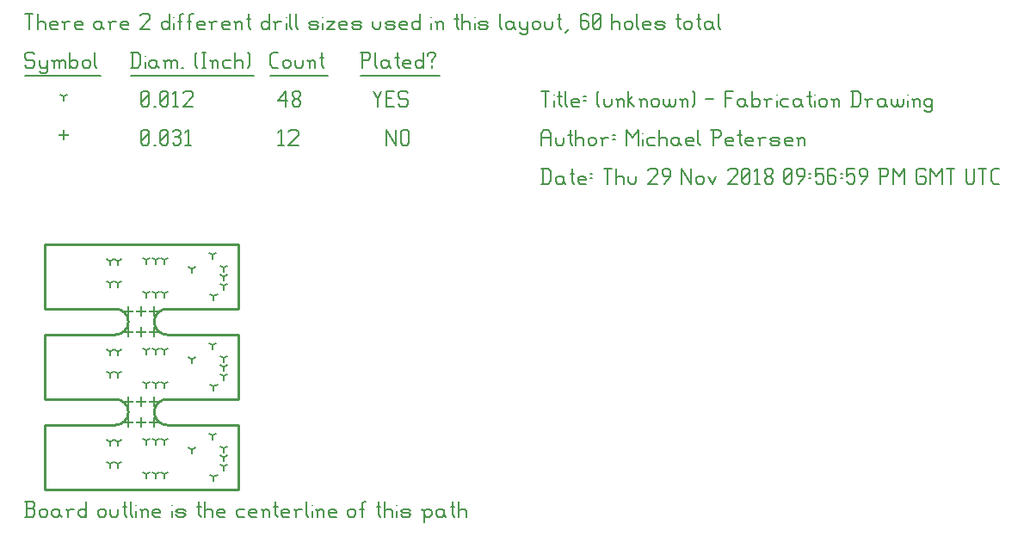
<source format=gbr>
G04 start of page 13 for group -3984 idx -3984 *
G04 Title: (unknown), fab *
G04 Creator: pcb 20140316 *
G04 CreationDate: Thu 29 Nov 2018 09:56:59 PM GMT UTC *
G04 For: railfan *
G04 Format: Gerber/RS-274X *
G04 PCB-Dimensions (mil): 900.00 970.00 *
G04 PCB-Coordinate-Origin: lower left *
%MOIN*%
%FSLAX25Y25*%
%LNFAB*%
%ADD51C,0.0100*%
%ADD50C,0.0075*%
%ADD49C,0.0060*%
%ADD48R,0.0080X0.0080*%
G54D48*X45000Y71600D02*Y68400D01*
X43400Y70000D02*X46600D01*
X50000Y71600D02*Y68400D01*
X48400Y70000D02*X51600D01*
X45000Y63600D02*Y60400D01*
X43400Y62000D02*X46600D01*
X40000Y63600D02*Y60400D01*
X38400Y62000D02*X41600D01*
X50000Y63600D02*Y60400D01*
X48400Y62000D02*X51600D01*
X40000Y36600D02*Y33400D01*
X38400Y35000D02*X41600D01*
X45000Y36600D02*Y33400D01*
X43400Y35000D02*X46600D01*
X50000Y36600D02*Y33400D01*
X48400Y35000D02*X51600D01*
X45000Y28600D02*Y25400D01*
X43400Y27000D02*X46600D01*
X40000Y28600D02*Y25400D01*
X38400Y27000D02*X41600D01*
X50000Y28600D02*Y25400D01*
X48400Y27000D02*X51600D01*
X40000Y71600D02*Y68400D01*
X38400Y70000D02*X41600D01*
X15000Y139850D02*Y136650D01*
X13400Y138250D02*X16600D01*
G54D49*X140000Y140500D02*Y134500D01*
Y140500D02*X143750Y134500D01*
Y140500D02*Y134500D01*
X145550Y139750D02*Y135250D01*
Y139750D02*X146300Y140500D01*
X147800D01*
X148550Y139750D01*
Y135250D01*
X147800Y134500D02*X148550Y135250D01*
X146300Y134500D02*X147800D01*
X145550Y135250D02*X146300Y134500D01*
X98000Y139300D02*X99200Y140500D01*
Y134500D01*
X98000D02*X100250D01*
X102050Y139750D02*X102800Y140500D01*
X105050D01*
X105800Y139750D01*
Y138250D01*
X102050Y134500D02*X105800Y138250D01*
X102050Y134500D02*X105800D01*
X45000Y135250D02*X45750Y134500D01*
X45000Y139750D02*Y135250D01*
Y139750D02*X45750Y140500D01*
X47250D01*
X48000Y139750D01*
Y135250D01*
X47250Y134500D02*X48000Y135250D01*
X45750Y134500D02*X47250D01*
X45000Y136000D02*X48000Y139000D01*
X49800Y134500D02*X50550D01*
X52350Y135250D02*X53100Y134500D01*
X52350Y139750D02*Y135250D01*
Y139750D02*X53100Y140500D01*
X54600D01*
X55350Y139750D01*
Y135250D01*
X54600Y134500D02*X55350Y135250D01*
X53100Y134500D02*X54600D01*
X52350Y136000D02*X55350Y139000D01*
X57150Y139750D02*X57900Y140500D01*
X59400D01*
X60150Y139750D01*
X59400Y134500D02*X60150Y135250D01*
X57900Y134500D02*X59400D01*
X57150Y135250D02*X57900Y134500D01*
Y137800D02*X59400D01*
X60150Y139750D02*Y138550D01*
Y137050D02*Y135250D01*
Y137050D02*X59400Y137800D01*
X60150Y138550D02*X59400Y137800D01*
X61950Y139300D02*X63150Y140500D01*
Y134500D01*
X61950D02*X64200D01*
X33000Y89500D02*Y87900D01*
Y89500D02*X34387Y90300D01*
X33000Y89500D02*X31613Y90300D01*
X33000Y81000D02*Y79400D01*
Y81000D02*X34387Y81800D01*
X33000Y81000D02*X31613Y81800D01*
X36000Y81000D02*Y79400D01*
Y81000D02*X37387Y81800D01*
X36000Y81000D02*X34613Y81800D01*
X36000Y89500D02*Y87900D01*
Y89500D02*X37387Y90300D01*
X36000Y89500D02*X34613Y90300D01*
X47000Y90000D02*Y88400D01*
Y90000D02*X48387Y90800D01*
X47000Y90000D02*X45613Y90800D01*
X50500Y90000D02*Y88400D01*
Y90000D02*X51887Y90800D01*
X50500Y90000D02*X49113Y90800D01*
X54000Y90000D02*Y88400D01*
Y90000D02*X55387Y90800D01*
X54000Y90000D02*X52613Y90800D01*
X47000Y77000D02*Y75400D01*
Y77000D02*X48387Y77800D01*
X47000Y77000D02*X45613Y77800D01*
X50500Y77000D02*Y75400D01*
Y77000D02*X51887Y77800D01*
X50500Y77000D02*X49113Y77800D01*
X54000Y77000D02*Y75400D01*
Y77000D02*X55387Y77800D01*
X54000Y77000D02*X52613Y77800D01*
X77000Y87000D02*Y85400D01*
Y87000D02*X78387Y87800D01*
X77000Y87000D02*X75613Y87800D01*
X77000Y83500D02*Y81900D01*
Y83500D02*X78387Y84300D01*
X77000Y83500D02*X75613Y84300D01*
X77000Y80000D02*Y78400D01*
Y80000D02*X78387Y80800D01*
X77000Y80000D02*X75613Y80800D01*
X73059Y76000D02*Y74400D01*
Y76000D02*X74446Y76800D01*
X73059Y76000D02*X71672Y76800D01*
X72500Y92000D02*Y90400D01*
Y92000D02*X73887Y92800D01*
X72500Y92000D02*X71113Y92800D01*
X64500Y86500D02*Y84900D01*
Y86500D02*X65887Y87300D01*
X64500Y86500D02*X63113Y87300D01*
X33000Y54500D02*Y52900D01*
Y54500D02*X34387Y55300D01*
X33000Y54500D02*X31613Y55300D01*
X33000Y46000D02*Y44400D01*
Y46000D02*X34387Y46800D01*
X33000Y46000D02*X31613Y46800D01*
X36000Y46000D02*Y44400D01*
Y46000D02*X37387Y46800D01*
X36000Y46000D02*X34613Y46800D01*
X36000Y54500D02*Y52900D01*
Y54500D02*X37387Y55300D01*
X36000Y54500D02*X34613Y55300D01*
X47000Y55000D02*Y53400D01*
Y55000D02*X48387Y55800D01*
X47000Y55000D02*X45613Y55800D01*
X50500Y55000D02*Y53400D01*
Y55000D02*X51887Y55800D01*
X50500Y55000D02*X49113Y55800D01*
X54000Y55000D02*Y53400D01*
Y55000D02*X55387Y55800D01*
X54000Y55000D02*X52613Y55800D01*
X47000Y42000D02*Y40400D01*
Y42000D02*X48387Y42800D01*
X47000Y42000D02*X45613Y42800D01*
X50500Y42000D02*Y40400D01*
Y42000D02*X51887Y42800D01*
X50500Y42000D02*X49113Y42800D01*
X54000Y42000D02*Y40400D01*
Y42000D02*X55387Y42800D01*
X54000Y42000D02*X52613Y42800D01*
X77000Y52000D02*Y50400D01*
Y52000D02*X78387Y52800D01*
X77000Y52000D02*X75613Y52800D01*
X77000Y48500D02*Y46900D01*
Y48500D02*X78387Y49300D01*
X77000Y48500D02*X75613Y49300D01*
X77000Y45000D02*Y43400D01*
Y45000D02*X78387Y45800D01*
X77000Y45000D02*X75613Y45800D01*
X73059Y41000D02*Y39400D01*
Y41000D02*X74446Y41800D01*
X73059Y41000D02*X71672Y41800D01*
X72500Y57000D02*Y55400D01*
Y57000D02*X73887Y57800D01*
X72500Y57000D02*X71113Y57800D01*
X64500Y51500D02*Y49900D01*
Y51500D02*X65887Y52300D01*
X64500Y51500D02*X63113Y52300D01*
X33000Y19500D02*Y17900D01*
Y19500D02*X34387Y20300D01*
X33000Y19500D02*X31613Y20300D01*
X33000Y11000D02*Y9400D01*
Y11000D02*X34387Y11800D01*
X33000Y11000D02*X31613Y11800D01*
X36000Y11000D02*Y9400D01*
Y11000D02*X37387Y11800D01*
X36000Y11000D02*X34613Y11800D01*
X36000Y19500D02*Y17900D01*
Y19500D02*X37387Y20300D01*
X36000Y19500D02*X34613Y20300D01*
X47000Y20000D02*Y18400D01*
Y20000D02*X48387Y20800D01*
X47000Y20000D02*X45613Y20800D01*
X50500Y20000D02*Y18400D01*
Y20000D02*X51887Y20800D01*
X50500Y20000D02*X49113Y20800D01*
X54000Y20000D02*Y18400D01*
Y20000D02*X55387Y20800D01*
X54000Y20000D02*X52613Y20800D01*
X47000Y7000D02*Y5400D01*
Y7000D02*X48387Y7800D01*
X47000Y7000D02*X45613Y7800D01*
X50500Y7000D02*Y5400D01*
Y7000D02*X51887Y7800D01*
X50500Y7000D02*X49113Y7800D01*
X54000Y7000D02*Y5400D01*
Y7000D02*X55387Y7800D01*
X54000Y7000D02*X52613Y7800D01*
X77000Y17000D02*Y15400D01*
Y17000D02*X78387Y17800D01*
X77000Y17000D02*X75613Y17800D01*
X77000Y13500D02*Y11900D01*
Y13500D02*X78387Y14300D01*
X77000Y13500D02*X75613Y14300D01*
X77000Y10000D02*Y8400D01*
Y10000D02*X78387Y10800D01*
X77000Y10000D02*X75613Y10800D01*
X73059Y6000D02*Y4400D01*
Y6000D02*X74446Y6800D01*
X73059Y6000D02*X71672Y6800D01*
X72500Y22000D02*Y20400D01*
Y22000D02*X73887Y22800D01*
X72500Y22000D02*X71113Y22800D01*
X64500Y16500D02*Y14900D01*
Y16500D02*X65887Y17300D01*
X64500Y16500D02*X63113Y17300D01*
X15000Y153250D02*Y151650D01*
Y153250D02*X16387Y154050D01*
X15000Y153250D02*X13613Y154050D01*
X135000Y155500D02*X136500Y152500D01*
X138000Y155500D01*
X136500Y152500D02*Y149500D01*
X139800Y152800D02*X142050D01*
X139800Y149500D02*X142800D01*
X139800Y155500D02*Y149500D01*
Y155500D02*X142800D01*
X147600D02*X148350Y154750D01*
X145350Y155500D02*X147600D01*
X144600Y154750D02*X145350Y155500D01*
X144600Y154750D02*Y153250D01*
X145350Y152500D01*
X147600D01*
X148350Y151750D01*
Y150250D01*
X147600Y149500D02*X148350Y150250D01*
X145350Y149500D02*X147600D01*
X144600Y150250D02*X145350Y149500D01*
X98000Y151750D02*X101000Y155500D01*
X98000Y151750D02*X101750D01*
X101000Y155500D02*Y149500D01*
X103550Y150250D02*X104300Y149500D01*
X103550Y151450D02*Y150250D01*
Y151450D02*X104600Y152500D01*
X105500D01*
X106550Y151450D01*
Y150250D01*
X105800Y149500D02*X106550Y150250D01*
X104300Y149500D02*X105800D01*
X103550Y153550D02*X104600Y152500D01*
X103550Y154750D02*Y153550D01*
Y154750D02*X104300Y155500D01*
X105800D01*
X106550Y154750D01*
Y153550D01*
X105500Y152500D02*X106550Y153550D01*
X45000Y150250D02*X45750Y149500D01*
X45000Y154750D02*Y150250D01*
Y154750D02*X45750Y155500D01*
X47250D01*
X48000Y154750D01*
Y150250D01*
X47250Y149500D02*X48000Y150250D01*
X45750Y149500D02*X47250D01*
X45000Y151000D02*X48000Y154000D01*
X49800Y149500D02*X50550D01*
X52350Y150250D02*X53100Y149500D01*
X52350Y154750D02*Y150250D01*
Y154750D02*X53100Y155500D01*
X54600D01*
X55350Y154750D01*
Y150250D01*
X54600Y149500D02*X55350Y150250D01*
X53100Y149500D02*X54600D01*
X52350Y151000D02*X55350Y154000D01*
X57150Y154300D02*X58350Y155500D01*
Y149500D01*
X57150D02*X59400D01*
X61200Y154750D02*X61950Y155500D01*
X64200D01*
X64950Y154750D01*
Y153250D01*
X61200Y149500D02*X64950Y153250D01*
X61200Y149500D02*X64950D01*
X3000Y170500D02*X3750Y169750D01*
X750Y170500D02*X3000D01*
X0Y169750D02*X750Y170500D01*
X0Y169750D02*Y168250D01*
X750Y167500D01*
X3000D01*
X3750Y166750D01*
Y165250D01*
X3000Y164500D02*X3750Y165250D01*
X750Y164500D02*X3000D01*
X0Y165250D02*X750Y164500D01*
X5550Y167500D02*Y165250D01*
X6300Y164500D01*
X8550Y167500D02*Y163000D01*
X7800Y162250D02*X8550Y163000D01*
X6300Y162250D02*X7800D01*
X5550Y163000D02*X6300Y162250D01*
Y164500D02*X7800D01*
X8550Y165250D01*
X11100Y166750D02*Y164500D01*
Y166750D02*X11850Y167500D01*
X12600D01*
X13350Y166750D01*
Y164500D01*
Y166750D02*X14100Y167500D01*
X14850D01*
X15600Y166750D01*
Y164500D01*
X10350Y167500D02*X11100Y166750D01*
X17400Y170500D02*Y164500D01*
Y165250D02*X18150Y164500D01*
X19650D01*
X20400Y165250D01*
Y166750D02*Y165250D01*
X19650Y167500D02*X20400Y166750D01*
X18150Y167500D02*X19650D01*
X17400Y166750D02*X18150Y167500D01*
X22200Y166750D02*Y165250D01*
Y166750D02*X22950Y167500D01*
X24450D01*
X25200Y166750D01*
Y165250D01*
X24450Y164500D02*X25200Y165250D01*
X22950Y164500D02*X24450D01*
X22200Y165250D02*X22950Y164500D01*
X27000Y170500D02*Y165250D01*
X27750Y164500D01*
X0Y161250D02*X29250D01*
X41750Y170500D02*Y164500D01*
X43700Y170500D02*X44750Y169450D01*
Y165550D01*
X43700Y164500D02*X44750Y165550D01*
X41000Y164500D02*X43700D01*
X41000Y170500D02*X43700D01*
G54D50*X46550Y169000D02*Y168850D01*
G54D49*Y166750D02*Y164500D01*
X50300Y167500D02*X51050Y166750D01*
X48800Y167500D02*X50300D01*
X48050Y166750D02*X48800Y167500D01*
X48050Y166750D02*Y165250D01*
X48800Y164500D01*
X51050Y167500D02*Y165250D01*
X51800Y164500D01*
X48800D02*X50300D01*
X51050Y165250D01*
X54350Y166750D02*Y164500D01*
Y166750D02*X55100Y167500D01*
X55850D01*
X56600Y166750D01*
Y164500D01*
Y166750D02*X57350Y167500D01*
X58100D01*
X58850Y166750D01*
Y164500D01*
X53600Y167500D02*X54350Y166750D01*
X60650Y164500D02*X61400D01*
X65900Y165250D02*X66650Y164500D01*
X65900Y169750D02*X66650Y170500D01*
X65900Y169750D02*Y165250D01*
X68450Y170500D02*X69950D01*
X69200D02*Y164500D01*
X68450D02*X69950D01*
X72500Y166750D02*Y164500D01*
Y166750D02*X73250Y167500D01*
X74000D01*
X74750Y166750D01*
Y164500D01*
X71750Y167500D02*X72500Y166750D01*
X77300Y167500D02*X79550D01*
X76550Y166750D02*X77300Y167500D01*
X76550Y166750D02*Y165250D01*
X77300Y164500D01*
X79550D01*
X81350Y170500D02*Y164500D01*
Y166750D02*X82100Y167500D01*
X83600D01*
X84350Y166750D01*
Y164500D01*
X86150Y170500D02*X86900Y169750D01*
Y165250D01*
X86150Y164500D02*X86900Y165250D01*
X41000Y161250D02*X88700D01*
X96050Y164500D02*X98000D01*
X95000Y165550D02*X96050Y164500D01*
X95000Y169450D02*Y165550D01*
Y169450D02*X96050Y170500D01*
X98000D01*
X99800Y166750D02*Y165250D01*
Y166750D02*X100550Y167500D01*
X102050D01*
X102800Y166750D01*
Y165250D01*
X102050Y164500D02*X102800Y165250D01*
X100550Y164500D02*X102050D01*
X99800Y165250D02*X100550Y164500D01*
X104600Y167500D02*Y165250D01*
X105350Y164500D01*
X106850D01*
X107600Y165250D01*
Y167500D02*Y165250D01*
X110150Y166750D02*Y164500D01*
Y166750D02*X110900Y167500D01*
X111650D01*
X112400Y166750D01*
Y164500D01*
X109400Y167500D02*X110150Y166750D01*
X114950Y170500D02*Y165250D01*
X115700Y164500D01*
X114200Y168250D02*X115700D01*
X95000Y161250D02*X117200D01*
X130750Y170500D02*Y164500D01*
X130000Y170500D02*X133000D01*
X133750Y169750D01*
Y168250D01*
X133000Y167500D02*X133750Y168250D01*
X130750Y167500D02*X133000D01*
X135550Y170500D02*Y165250D01*
X136300Y164500D01*
X140050Y167500D02*X140800Y166750D01*
X138550Y167500D02*X140050D01*
X137800Y166750D02*X138550Y167500D01*
X137800Y166750D02*Y165250D01*
X138550Y164500D01*
X140800Y167500D02*Y165250D01*
X141550Y164500D01*
X138550D02*X140050D01*
X140800Y165250D01*
X144100Y170500D02*Y165250D01*
X144850Y164500D01*
X143350Y168250D02*X144850D01*
X147100Y164500D02*X149350D01*
X146350Y165250D02*X147100Y164500D01*
X146350Y166750D02*Y165250D01*
Y166750D02*X147100Y167500D01*
X148600D01*
X149350Y166750D01*
X146350Y166000D02*X149350D01*
Y166750D02*Y166000D01*
X154150Y170500D02*Y164500D01*
X153400D02*X154150Y165250D01*
X151900Y164500D02*X153400D01*
X151150Y165250D02*X151900Y164500D01*
X151150Y166750D02*Y165250D01*
Y166750D02*X151900Y167500D01*
X153400D01*
X154150Y166750D01*
X157450Y167500D02*Y166750D01*
Y165250D02*Y164500D01*
X155950Y169750D02*Y169000D01*
Y169750D02*X156700Y170500D01*
X158200D01*
X158950Y169750D01*
Y169000D01*
X157450Y167500D02*X158950Y169000D01*
X130000Y161250D02*X160750D01*
X0Y185500D02*X3000D01*
X1500D02*Y179500D01*
X4800Y185500D02*Y179500D01*
Y181750D02*X5550Y182500D01*
X7050D01*
X7800Y181750D01*
Y179500D01*
X10350D02*X12600D01*
X9600Y180250D02*X10350Y179500D01*
X9600Y181750D02*Y180250D01*
Y181750D02*X10350Y182500D01*
X11850D01*
X12600Y181750D01*
X9600Y181000D02*X12600D01*
Y181750D02*Y181000D01*
X15150Y181750D02*Y179500D01*
Y181750D02*X15900Y182500D01*
X17400D01*
X14400D02*X15150Y181750D01*
X19950Y179500D02*X22200D01*
X19200Y180250D02*X19950Y179500D01*
X19200Y181750D02*Y180250D01*
Y181750D02*X19950Y182500D01*
X21450D01*
X22200Y181750D01*
X19200Y181000D02*X22200D01*
Y181750D02*Y181000D01*
X28950Y182500D02*X29700Y181750D01*
X27450Y182500D02*X28950D01*
X26700Y181750D02*X27450Y182500D01*
X26700Y181750D02*Y180250D01*
X27450Y179500D01*
X29700Y182500D02*Y180250D01*
X30450Y179500D01*
X27450D02*X28950D01*
X29700Y180250D01*
X33000Y181750D02*Y179500D01*
Y181750D02*X33750Y182500D01*
X35250D01*
X32250D02*X33000Y181750D01*
X37800Y179500D02*X40050D01*
X37050Y180250D02*X37800Y179500D01*
X37050Y181750D02*Y180250D01*
Y181750D02*X37800Y182500D01*
X39300D01*
X40050Y181750D01*
X37050Y181000D02*X40050D01*
Y181750D02*Y181000D01*
X44550Y184750D02*X45300Y185500D01*
X47550D01*
X48300Y184750D01*
Y183250D01*
X44550Y179500D02*X48300Y183250D01*
X44550Y179500D02*X48300D01*
X55800Y185500D02*Y179500D01*
X55050D02*X55800Y180250D01*
X53550Y179500D02*X55050D01*
X52800Y180250D02*X53550Y179500D01*
X52800Y181750D02*Y180250D01*
Y181750D02*X53550Y182500D01*
X55050D01*
X55800Y181750D01*
G54D50*X57600Y184000D02*Y183850D01*
G54D49*Y181750D02*Y179500D01*
X59850Y184750D02*Y179500D01*
Y184750D02*X60600Y185500D01*
X61350D01*
X59100Y182500D02*X60600D01*
X63600Y184750D02*Y179500D01*
Y184750D02*X64350Y185500D01*
X65100D01*
X62850Y182500D02*X64350D01*
X67350Y179500D02*X69600D01*
X66600Y180250D02*X67350Y179500D01*
X66600Y181750D02*Y180250D01*
Y181750D02*X67350Y182500D01*
X68850D01*
X69600Y181750D01*
X66600Y181000D02*X69600D01*
Y181750D02*Y181000D01*
X72150Y181750D02*Y179500D01*
Y181750D02*X72900Y182500D01*
X74400D01*
X71400D02*X72150Y181750D01*
X76950Y179500D02*X79200D01*
X76200Y180250D02*X76950Y179500D01*
X76200Y181750D02*Y180250D01*
Y181750D02*X76950Y182500D01*
X78450D01*
X79200Y181750D01*
X76200Y181000D02*X79200D01*
Y181750D02*Y181000D01*
X81750Y181750D02*Y179500D01*
Y181750D02*X82500Y182500D01*
X83250D01*
X84000Y181750D01*
Y179500D01*
X81000Y182500D02*X81750Y181750D01*
X86550Y185500D02*Y180250D01*
X87300Y179500D01*
X85800Y183250D02*X87300D01*
X94500Y185500D02*Y179500D01*
X93750D02*X94500Y180250D01*
X92250Y179500D02*X93750D01*
X91500Y180250D02*X92250Y179500D01*
X91500Y181750D02*Y180250D01*
Y181750D02*X92250Y182500D01*
X93750D01*
X94500Y181750D01*
X97050D02*Y179500D01*
Y181750D02*X97800Y182500D01*
X99300D01*
X96300D02*X97050Y181750D01*
G54D50*X101100Y184000D02*Y183850D01*
G54D49*Y181750D02*Y179500D01*
X102600Y185500D02*Y180250D01*
X103350Y179500D01*
X104850Y185500D02*Y180250D01*
X105600Y179500D01*
X110550D02*X112800D01*
X113550Y180250D01*
X112800Y181000D02*X113550Y180250D01*
X110550Y181000D02*X112800D01*
X109800Y181750D02*X110550Y181000D01*
X109800Y181750D02*X110550Y182500D01*
X112800D01*
X113550Y181750D01*
X109800Y180250D02*X110550Y179500D01*
G54D50*X115350Y184000D02*Y183850D01*
G54D49*Y181750D02*Y179500D01*
X116850Y182500D02*X119850D01*
X116850Y179500D02*X119850Y182500D01*
X116850Y179500D02*X119850D01*
X122400D02*X124650D01*
X121650Y180250D02*X122400Y179500D01*
X121650Y181750D02*Y180250D01*
Y181750D02*X122400Y182500D01*
X123900D01*
X124650Y181750D01*
X121650Y181000D02*X124650D01*
Y181750D02*Y181000D01*
X127200Y179500D02*X129450D01*
X130200Y180250D01*
X129450Y181000D02*X130200Y180250D01*
X127200Y181000D02*X129450D01*
X126450Y181750D02*X127200Y181000D01*
X126450Y181750D02*X127200Y182500D01*
X129450D01*
X130200Y181750D01*
X126450Y180250D02*X127200Y179500D01*
X134700Y182500D02*Y180250D01*
X135450Y179500D01*
X136950D01*
X137700Y180250D01*
Y182500D02*Y180250D01*
X140250Y179500D02*X142500D01*
X143250Y180250D01*
X142500Y181000D02*X143250Y180250D01*
X140250Y181000D02*X142500D01*
X139500Y181750D02*X140250Y181000D01*
X139500Y181750D02*X140250Y182500D01*
X142500D01*
X143250Y181750D01*
X139500Y180250D02*X140250Y179500D01*
X145800D02*X148050D01*
X145050Y180250D02*X145800Y179500D01*
X145050Y181750D02*Y180250D01*
Y181750D02*X145800Y182500D01*
X147300D01*
X148050Y181750D01*
X145050Y181000D02*X148050D01*
Y181750D02*Y181000D01*
X152850Y185500D02*Y179500D01*
X152100D02*X152850Y180250D01*
X150600Y179500D02*X152100D01*
X149850Y180250D02*X150600Y179500D01*
X149850Y181750D02*Y180250D01*
Y181750D02*X150600Y182500D01*
X152100D01*
X152850Y181750D01*
G54D50*X157350Y184000D02*Y183850D01*
G54D49*Y181750D02*Y179500D01*
X159600Y181750D02*Y179500D01*
Y181750D02*X160350Y182500D01*
X161100D01*
X161850Y181750D01*
Y179500D01*
X158850Y182500D02*X159600Y181750D01*
X167100Y185500D02*Y180250D01*
X167850Y179500D01*
X166350Y183250D02*X167850D01*
X169350Y185500D02*Y179500D01*
Y181750D02*X170100Y182500D01*
X171600D01*
X172350Y181750D01*
Y179500D01*
G54D50*X174150Y184000D02*Y183850D01*
G54D49*Y181750D02*Y179500D01*
X176400D02*X178650D01*
X179400Y180250D01*
X178650Y181000D02*X179400Y180250D01*
X176400Y181000D02*X178650D01*
X175650Y181750D02*X176400Y181000D01*
X175650Y181750D02*X176400Y182500D01*
X178650D01*
X179400Y181750D01*
X175650Y180250D02*X176400Y179500D01*
X183900Y185500D02*Y180250D01*
X184650Y179500D01*
X188400Y182500D02*X189150Y181750D01*
X186900Y182500D02*X188400D01*
X186150Y181750D02*X186900Y182500D01*
X186150Y181750D02*Y180250D01*
X186900Y179500D01*
X189150Y182500D02*Y180250D01*
X189900Y179500D01*
X186900D02*X188400D01*
X189150Y180250D01*
X191700Y182500D02*Y180250D01*
X192450Y179500D01*
X194700Y182500D02*Y178000D01*
X193950Y177250D02*X194700Y178000D01*
X192450Y177250D02*X193950D01*
X191700Y178000D02*X192450Y177250D01*
Y179500D02*X193950D01*
X194700Y180250D01*
X196500Y181750D02*Y180250D01*
Y181750D02*X197250Y182500D01*
X198750D01*
X199500Y181750D01*
Y180250D01*
X198750Y179500D02*X199500Y180250D01*
X197250Y179500D02*X198750D01*
X196500Y180250D02*X197250Y179500D01*
X201300Y182500D02*Y180250D01*
X202050Y179500D01*
X203550D01*
X204300Y180250D01*
Y182500D02*Y180250D01*
X206850Y185500D02*Y180250D01*
X207600Y179500D01*
X206100Y183250D02*X207600D01*
X209100Y178000D02*X210600Y179500D01*
X217350Y185500D02*X218100Y184750D01*
X215850Y185500D02*X217350D01*
X215100Y184750D02*X215850Y185500D01*
X215100Y184750D02*Y180250D01*
X215850Y179500D01*
X217350Y182800D02*X218100Y182050D01*
X215100Y182800D02*X217350D01*
X215850Y179500D02*X217350D01*
X218100Y180250D01*
Y182050D02*Y180250D01*
X219900D02*X220650Y179500D01*
X219900Y184750D02*Y180250D01*
Y184750D02*X220650Y185500D01*
X222150D01*
X222900Y184750D01*
Y180250D01*
X222150Y179500D02*X222900Y180250D01*
X220650Y179500D02*X222150D01*
X219900Y181000D02*X222900Y184000D01*
X227400Y185500D02*Y179500D01*
Y181750D02*X228150Y182500D01*
X229650D01*
X230400Y181750D01*
Y179500D01*
X232200Y181750D02*Y180250D01*
Y181750D02*X232950Y182500D01*
X234450D01*
X235200Y181750D01*
Y180250D01*
X234450Y179500D02*X235200Y180250D01*
X232950Y179500D02*X234450D01*
X232200Y180250D02*X232950Y179500D01*
X237000Y185500D02*Y180250D01*
X237750Y179500D01*
X240000D02*X242250D01*
X239250Y180250D02*X240000Y179500D01*
X239250Y181750D02*Y180250D01*
Y181750D02*X240000Y182500D01*
X241500D01*
X242250Y181750D01*
X239250Y181000D02*X242250D01*
Y181750D02*Y181000D01*
X244800Y179500D02*X247050D01*
X247800Y180250D01*
X247050Y181000D02*X247800Y180250D01*
X244800Y181000D02*X247050D01*
X244050Y181750D02*X244800Y181000D01*
X244050Y181750D02*X244800Y182500D01*
X247050D01*
X247800Y181750D01*
X244050Y180250D02*X244800Y179500D01*
X253050Y185500D02*Y180250D01*
X253800Y179500D01*
X252300Y183250D02*X253800D01*
X255300Y181750D02*Y180250D01*
Y181750D02*X256050Y182500D01*
X257550D01*
X258300Y181750D01*
Y180250D01*
X257550Y179500D02*X258300Y180250D01*
X256050Y179500D02*X257550D01*
X255300Y180250D02*X256050Y179500D01*
X260850Y185500D02*Y180250D01*
X261600Y179500D01*
X260100Y183250D02*X261600D01*
X265350Y182500D02*X266100Y181750D01*
X263850Y182500D02*X265350D01*
X263100Y181750D02*X263850Y182500D01*
X263100Y181750D02*Y180250D01*
X263850Y179500D01*
X266100Y182500D02*Y180250D01*
X266850Y179500D01*
X263850D02*X265350D01*
X266100Y180250D01*
X268650Y185500D02*Y180250D01*
X269400Y179500D01*
G54D51*X7500Y96000D02*Y71000D01*
X82500Y96000D02*X7500D01*
X82500D02*Y71000D01*
X7500Y61000D02*Y36000D01*
X82500Y61000D02*Y36000D01*
X7500Y26000D02*Y1000D01*
X82500Y26000D02*Y1000D01*
X7500D01*
Y71000D02*X35000D01*
X7500Y61000D02*X35000D01*
X7500Y36000D02*X35000D01*
X7500Y26000D02*X35000D01*
X55000Y61000D02*X82500D01*
X55000Y71000D02*X82500D01*
X55000Y26000D02*X82500D01*
X55000Y36000D02*X82500D01*
X50000Y66000D02*G75*G03X55000Y61000I5000J0D01*G01*
X50000Y66000D02*G75*G02X55000Y71000I5000J0D01*G01*
X40000Y66000D02*G75*G02X35000Y61000I-5000J0D01*G01*
X40000Y66000D02*G75*G03X35000Y71000I-5000J0D01*G01*
X50000Y31000D02*G75*G03X55000Y26000I5000J0D01*G01*
X50000Y31000D02*G75*G02X55000Y36000I5000J0D01*G01*
X40000Y31000D02*G75*G02X35000Y26000I-5000J0D01*G01*
X40000Y31000D02*G75*G03X35000Y36000I-5000J0D01*G01*
G54D49*X0Y-9500D02*X3000D01*
X3750Y-8750D01*
Y-6950D02*Y-8750D01*
X3000Y-6200D02*X3750Y-6950D01*
X750Y-6200D02*X3000D01*
X750Y-3500D02*Y-9500D01*
X0Y-3500D02*X3000D01*
X3750Y-4250D01*
Y-5450D01*
X3000Y-6200D02*X3750Y-5450D01*
X5550Y-7250D02*Y-8750D01*
Y-7250D02*X6300Y-6500D01*
X7800D01*
X8550Y-7250D01*
Y-8750D01*
X7800Y-9500D02*X8550Y-8750D01*
X6300Y-9500D02*X7800D01*
X5550Y-8750D02*X6300Y-9500D01*
X12600Y-6500D02*X13350Y-7250D01*
X11100Y-6500D02*X12600D01*
X10350Y-7250D02*X11100Y-6500D01*
X10350Y-7250D02*Y-8750D01*
X11100Y-9500D01*
X13350Y-6500D02*Y-8750D01*
X14100Y-9500D01*
X11100D02*X12600D01*
X13350Y-8750D01*
X16650Y-7250D02*Y-9500D01*
Y-7250D02*X17400Y-6500D01*
X18900D01*
X15900D02*X16650Y-7250D01*
X23700Y-3500D02*Y-9500D01*
X22950D02*X23700Y-8750D01*
X21450Y-9500D02*X22950D01*
X20700Y-8750D02*X21450Y-9500D01*
X20700Y-7250D02*Y-8750D01*
Y-7250D02*X21450Y-6500D01*
X22950D01*
X23700Y-7250D01*
X28200D02*Y-8750D01*
Y-7250D02*X28950Y-6500D01*
X30450D01*
X31200Y-7250D01*
Y-8750D01*
X30450Y-9500D02*X31200Y-8750D01*
X28950Y-9500D02*X30450D01*
X28200Y-8750D02*X28950Y-9500D01*
X33000Y-6500D02*Y-8750D01*
X33750Y-9500D01*
X35250D01*
X36000Y-8750D01*
Y-6500D02*Y-8750D01*
X38550Y-3500D02*Y-8750D01*
X39300Y-9500D01*
X37800Y-5750D02*X39300D01*
X40800Y-3500D02*Y-8750D01*
X41550Y-9500D01*
G54D50*X43050Y-5000D02*Y-5150D01*
G54D49*Y-7250D02*Y-9500D01*
X45300Y-7250D02*Y-9500D01*
Y-7250D02*X46050Y-6500D01*
X46800D01*
X47550Y-7250D01*
Y-9500D01*
X44550Y-6500D02*X45300Y-7250D01*
X50100Y-9500D02*X52350D01*
X49350Y-8750D02*X50100Y-9500D01*
X49350Y-7250D02*Y-8750D01*
Y-7250D02*X50100Y-6500D01*
X51600D01*
X52350Y-7250D01*
X49350Y-8000D02*X52350D01*
Y-7250D02*Y-8000D01*
G54D50*X56850Y-5000D02*Y-5150D01*
G54D49*Y-7250D02*Y-9500D01*
X59100D02*X61350D01*
X62100Y-8750D01*
X61350Y-8000D02*X62100Y-8750D01*
X59100Y-8000D02*X61350D01*
X58350Y-7250D02*X59100Y-8000D01*
X58350Y-7250D02*X59100Y-6500D01*
X61350D01*
X62100Y-7250D01*
X58350Y-8750D02*X59100Y-9500D01*
X67350Y-3500D02*Y-8750D01*
X68100Y-9500D01*
X66600Y-5750D02*X68100D01*
X69600Y-3500D02*Y-9500D01*
Y-7250D02*X70350Y-6500D01*
X71850D01*
X72600Y-7250D01*
Y-9500D01*
X75150D02*X77400D01*
X74400Y-8750D02*X75150Y-9500D01*
X74400Y-7250D02*Y-8750D01*
Y-7250D02*X75150Y-6500D01*
X76650D01*
X77400Y-7250D01*
X74400Y-8000D02*X77400D01*
Y-7250D02*Y-8000D01*
X82650Y-6500D02*X84900D01*
X81900Y-7250D02*X82650Y-6500D01*
X81900Y-7250D02*Y-8750D01*
X82650Y-9500D01*
X84900D01*
X87450D02*X89700D01*
X86700Y-8750D02*X87450Y-9500D01*
X86700Y-7250D02*Y-8750D01*
Y-7250D02*X87450Y-6500D01*
X88950D01*
X89700Y-7250D01*
X86700Y-8000D02*X89700D01*
Y-7250D02*Y-8000D01*
X92250Y-7250D02*Y-9500D01*
Y-7250D02*X93000Y-6500D01*
X93750D01*
X94500Y-7250D01*
Y-9500D01*
X91500Y-6500D02*X92250Y-7250D01*
X97050Y-3500D02*Y-8750D01*
X97800Y-9500D01*
X96300Y-5750D02*X97800D01*
X100050Y-9500D02*X102300D01*
X99300Y-8750D02*X100050Y-9500D01*
X99300Y-7250D02*Y-8750D01*
Y-7250D02*X100050Y-6500D01*
X101550D01*
X102300Y-7250D01*
X99300Y-8000D02*X102300D01*
Y-7250D02*Y-8000D01*
X104850Y-7250D02*Y-9500D01*
Y-7250D02*X105600Y-6500D01*
X107100D01*
X104100D02*X104850Y-7250D01*
X108900Y-3500D02*Y-8750D01*
X109650Y-9500D01*
G54D50*X111150Y-5000D02*Y-5150D01*
G54D49*Y-7250D02*Y-9500D01*
X113400Y-7250D02*Y-9500D01*
Y-7250D02*X114150Y-6500D01*
X114900D01*
X115650Y-7250D01*
Y-9500D01*
X112650Y-6500D02*X113400Y-7250D01*
X118200Y-9500D02*X120450D01*
X117450Y-8750D02*X118200Y-9500D01*
X117450Y-7250D02*Y-8750D01*
Y-7250D02*X118200Y-6500D01*
X119700D01*
X120450Y-7250D01*
X117450Y-8000D02*X120450D01*
Y-7250D02*Y-8000D01*
X124950Y-7250D02*Y-8750D01*
Y-7250D02*X125700Y-6500D01*
X127200D01*
X127950Y-7250D01*
Y-8750D01*
X127200Y-9500D02*X127950Y-8750D01*
X125700Y-9500D02*X127200D01*
X124950Y-8750D02*X125700Y-9500D01*
X130500Y-4250D02*Y-9500D01*
Y-4250D02*X131250Y-3500D01*
X132000D01*
X129750Y-6500D02*X131250D01*
X136950Y-3500D02*Y-8750D01*
X137700Y-9500D01*
X136200Y-5750D02*X137700D01*
X139200Y-3500D02*Y-9500D01*
Y-7250D02*X139950Y-6500D01*
X141450D01*
X142200Y-7250D01*
Y-9500D01*
G54D50*X144000Y-5000D02*Y-5150D01*
G54D49*Y-7250D02*Y-9500D01*
X146250D02*X148500D01*
X149250Y-8750D01*
X148500Y-8000D02*X149250Y-8750D01*
X146250Y-8000D02*X148500D01*
X145500Y-7250D02*X146250Y-8000D01*
X145500Y-7250D02*X146250Y-6500D01*
X148500D01*
X149250Y-7250D01*
X145500Y-8750D02*X146250Y-9500D01*
X154500Y-7250D02*Y-11750D01*
X153750Y-6500D02*X154500Y-7250D01*
X155250Y-6500D01*
X156750D01*
X157500Y-7250D01*
Y-8750D01*
X156750Y-9500D02*X157500Y-8750D01*
X155250Y-9500D02*X156750D01*
X154500Y-8750D02*X155250Y-9500D01*
X161550Y-6500D02*X162300Y-7250D01*
X160050Y-6500D02*X161550D01*
X159300Y-7250D02*X160050Y-6500D01*
X159300Y-7250D02*Y-8750D01*
X160050Y-9500D01*
X162300Y-6500D02*Y-8750D01*
X163050Y-9500D01*
X160050D02*X161550D01*
X162300Y-8750D01*
X165600Y-3500D02*Y-8750D01*
X166350Y-9500D01*
X164850Y-5750D02*X166350D01*
X167850Y-3500D02*Y-9500D01*
Y-7250D02*X168600Y-6500D01*
X170100D01*
X170850Y-7250D01*
Y-9500D01*
X200750Y125500D02*Y119500D01*
X202700Y125500D02*X203750Y124450D01*
Y120550D01*
X202700Y119500D02*X203750Y120550D01*
X200000Y119500D02*X202700D01*
X200000Y125500D02*X202700D01*
X207800Y122500D02*X208550Y121750D01*
X206300Y122500D02*X207800D01*
X205550Y121750D02*X206300Y122500D01*
X205550Y121750D02*Y120250D01*
X206300Y119500D01*
X208550Y122500D02*Y120250D01*
X209300Y119500D01*
X206300D02*X207800D01*
X208550Y120250D01*
X211850Y125500D02*Y120250D01*
X212600Y119500D01*
X211100Y123250D02*X212600D01*
X214850Y119500D02*X217100D01*
X214100Y120250D02*X214850Y119500D01*
X214100Y121750D02*Y120250D01*
Y121750D02*X214850Y122500D01*
X216350D01*
X217100Y121750D01*
X214100Y121000D02*X217100D01*
Y121750D02*Y121000D01*
X218900Y123250D02*X219650D01*
X218900Y121750D02*X219650D01*
X224150Y125500D02*X227150D01*
X225650D02*Y119500D01*
X228950Y125500D02*Y119500D01*
Y121750D02*X229700Y122500D01*
X231200D01*
X231950Y121750D01*
Y119500D01*
X233750Y122500D02*Y120250D01*
X234500Y119500D01*
X236000D01*
X236750Y120250D01*
Y122500D02*Y120250D01*
X241250Y124750D02*X242000Y125500D01*
X244250D01*
X245000Y124750D01*
Y123250D01*
X241250Y119500D02*X245000Y123250D01*
X241250Y119500D02*X245000D01*
X247550D02*X249800Y122500D01*
Y124750D02*Y122500D01*
X249050Y125500D02*X249800Y124750D01*
X247550Y125500D02*X249050D01*
X246800Y124750D02*X247550Y125500D01*
X246800Y124750D02*Y123250D01*
X247550Y122500D01*
X249800D01*
X254300Y125500D02*Y119500D01*
Y125500D02*X258050Y119500D01*
Y125500D02*Y119500D01*
X259850Y121750D02*Y120250D01*
Y121750D02*X260600Y122500D01*
X262100D01*
X262850Y121750D01*
Y120250D01*
X262100Y119500D02*X262850Y120250D01*
X260600Y119500D02*X262100D01*
X259850Y120250D02*X260600Y119500D01*
X264650Y122500D02*X266150Y119500D01*
X267650Y122500D02*X266150Y119500D01*
X272150Y124750D02*X272900Y125500D01*
X275150D01*
X275900Y124750D01*
Y123250D01*
X272150Y119500D02*X275900Y123250D01*
X272150Y119500D02*X275900D01*
X277700Y120250D02*X278450Y119500D01*
X277700Y124750D02*Y120250D01*
Y124750D02*X278450Y125500D01*
X279950D01*
X280700Y124750D01*
Y120250D01*
X279950Y119500D02*X280700Y120250D01*
X278450Y119500D02*X279950D01*
X277700Y121000D02*X280700Y124000D01*
X282500Y124300D02*X283700Y125500D01*
Y119500D01*
X282500D02*X284750D01*
X286550Y120250D02*X287300Y119500D01*
X286550Y121450D02*Y120250D01*
Y121450D02*X287600Y122500D01*
X288500D01*
X289550Y121450D01*
Y120250D01*
X288800Y119500D02*X289550Y120250D01*
X287300Y119500D02*X288800D01*
X286550Y123550D02*X287600Y122500D01*
X286550Y124750D02*Y123550D01*
Y124750D02*X287300Y125500D01*
X288800D01*
X289550Y124750D01*
Y123550D01*
X288500Y122500D02*X289550Y123550D01*
X294050Y120250D02*X294800Y119500D01*
X294050Y124750D02*Y120250D01*
Y124750D02*X294800Y125500D01*
X296300D01*
X297050Y124750D01*
Y120250D01*
X296300Y119500D02*X297050Y120250D01*
X294800Y119500D02*X296300D01*
X294050Y121000D02*X297050Y124000D01*
X299600Y119500D02*X301850Y122500D01*
Y124750D02*Y122500D01*
X301100Y125500D02*X301850Y124750D01*
X299600Y125500D02*X301100D01*
X298850Y124750D02*X299600Y125500D01*
X298850Y124750D02*Y123250D01*
X299600Y122500D01*
X301850D01*
X303650Y123250D02*X304400D01*
X303650Y121750D02*X304400D01*
X306200Y125500D02*X309200D01*
X306200D02*Y122500D01*
X306950Y123250D01*
X308450D01*
X309200Y122500D01*
Y120250D01*
X308450Y119500D02*X309200Y120250D01*
X306950Y119500D02*X308450D01*
X306200Y120250D02*X306950Y119500D01*
X313250Y125500D02*X314000Y124750D01*
X311750Y125500D02*X313250D01*
X311000Y124750D02*X311750Y125500D01*
X311000Y124750D02*Y120250D01*
X311750Y119500D01*
X313250Y122800D02*X314000Y122050D01*
X311000Y122800D02*X313250D01*
X311750Y119500D02*X313250D01*
X314000Y120250D01*
Y122050D02*Y120250D01*
X315800Y123250D02*X316550D01*
X315800Y121750D02*X316550D01*
X318350Y125500D02*X321350D01*
X318350D02*Y122500D01*
X319100Y123250D01*
X320600D01*
X321350Y122500D01*
Y120250D01*
X320600Y119500D02*X321350Y120250D01*
X319100Y119500D02*X320600D01*
X318350Y120250D02*X319100Y119500D01*
X323900D02*X326150Y122500D01*
Y124750D02*Y122500D01*
X325400Y125500D02*X326150Y124750D01*
X323900Y125500D02*X325400D01*
X323150Y124750D02*X323900Y125500D01*
X323150Y124750D02*Y123250D01*
X323900Y122500D01*
X326150D01*
X331400Y125500D02*Y119500D01*
X330650Y125500D02*X333650D01*
X334400Y124750D01*
Y123250D01*
X333650Y122500D02*X334400Y123250D01*
X331400Y122500D02*X333650D01*
X336200Y125500D02*Y119500D01*
Y125500D02*X338450Y122500D01*
X340700Y125500D01*
Y119500D01*
X348200Y125500D02*X348950Y124750D01*
X345950Y125500D02*X348200D01*
X345200Y124750D02*X345950Y125500D01*
X345200Y124750D02*Y120250D01*
X345950Y119500D01*
X348200D01*
X348950Y120250D01*
Y121750D02*Y120250D01*
X348200Y122500D02*X348950Y121750D01*
X346700Y122500D02*X348200D01*
X350750Y125500D02*Y119500D01*
Y125500D02*X353000Y122500D01*
X355250Y125500D01*
Y119500D01*
X357050Y125500D02*X360050D01*
X358550D02*Y119500D01*
X364550Y125500D02*Y120250D01*
X365300Y119500D01*
X366800D01*
X367550Y120250D01*
Y125500D02*Y120250D01*
X369350Y125500D02*X372350D01*
X370850D02*Y119500D01*
X375200D02*X377150D01*
X374150Y120550D02*X375200Y119500D01*
X374150Y124450D02*Y120550D01*
Y124450D02*X375200Y125500D01*
X377150D01*
X200000Y139000D02*Y134500D01*
Y139000D02*X201050Y140500D01*
X202700D01*
X203750Y139000D01*
Y134500D01*
X200000Y137500D02*X203750D01*
X205550D02*Y135250D01*
X206300Y134500D01*
X207800D01*
X208550Y135250D01*
Y137500D02*Y135250D01*
X211100Y140500D02*Y135250D01*
X211850Y134500D01*
X210350Y138250D02*X211850D01*
X213350Y140500D02*Y134500D01*
Y136750D02*X214100Y137500D01*
X215600D01*
X216350Y136750D01*
Y134500D01*
X218150Y136750D02*Y135250D01*
Y136750D02*X218900Y137500D01*
X220400D01*
X221150Y136750D01*
Y135250D01*
X220400Y134500D02*X221150Y135250D01*
X218900Y134500D02*X220400D01*
X218150Y135250D02*X218900Y134500D01*
X223700Y136750D02*Y134500D01*
Y136750D02*X224450Y137500D01*
X225950D01*
X222950D02*X223700Y136750D01*
X227750Y138250D02*X228500D01*
X227750Y136750D02*X228500D01*
X233000Y140500D02*Y134500D01*
Y140500D02*X235250Y137500D01*
X237500Y140500D01*
Y134500D01*
G54D50*X239300Y139000D02*Y138850D01*
G54D49*Y136750D02*Y134500D01*
X241550Y137500D02*X243800D01*
X240800Y136750D02*X241550Y137500D01*
X240800Y136750D02*Y135250D01*
X241550Y134500D01*
X243800D01*
X245600Y140500D02*Y134500D01*
Y136750D02*X246350Y137500D01*
X247850D01*
X248600Y136750D01*
Y134500D01*
X252650Y137500D02*X253400Y136750D01*
X251150Y137500D02*X252650D01*
X250400Y136750D02*X251150Y137500D01*
X250400Y136750D02*Y135250D01*
X251150Y134500D01*
X253400Y137500D02*Y135250D01*
X254150Y134500D01*
X251150D02*X252650D01*
X253400Y135250D01*
X256700Y134500D02*X258950D01*
X255950Y135250D02*X256700Y134500D01*
X255950Y136750D02*Y135250D01*
Y136750D02*X256700Y137500D01*
X258200D01*
X258950Y136750D01*
X255950Y136000D02*X258950D01*
Y136750D02*Y136000D01*
X260750Y140500D02*Y135250D01*
X261500Y134500D01*
X266450Y140500D02*Y134500D01*
X265700Y140500D02*X268700D01*
X269450Y139750D01*
Y138250D01*
X268700Y137500D02*X269450Y138250D01*
X266450Y137500D02*X268700D01*
X272000Y134500D02*X274250D01*
X271250Y135250D02*X272000Y134500D01*
X271250Y136750D02*Y135250D01*
Y136750D02*X272000Y137500D01*
X273500D01*
X274250Y136750D01*
X271250Y136000D02*X274250D01*
Y136750D02*Y136000D01*
X276800Y140500D02*Y135250D01*
X277550Y134500D01*
X276050Y138250D02*X277550D01*
X279800Y134500D02*X282050D01*
X279050Y135250D02*X279800Y134500D01*
X279050Y136750D02*Y135250D01*
Y136750D02*X279800Y137500D01*
X281300D01*
X282050Y136750D01*
X279050Y136000D02*X282050D01*
Y136750D02*Y136000D01*
X284600Y136750D02*Y134500D01*
Y136750D02*X285350Y137500D01*
X286850D01*
X283850D02*X284600Y136750D01*
X289400Y134500D02*X291650D01*
X292400Y135250D01*
X291650Y136000D02*X292400Y135250D01*
X289400Y136000D02*X291650D01*
X288650Y136750D02*X289400Y136000D01*
X288650Y136750D02*X289400Y137500D01*
X291650D01*
X292400Y136750D01*
X288650Y135250D02*X289400Y134500D01*
X294950D02*X297200D01*
X294200Y135250D02*X294950Y134500D01*
X294200Y136750D02*Y135250D01*
Y136750D02*X294950Y137500D01*
X296450D01*
X297200Y136750D01*
X294200Y136000D02*X297200D01*
Y136750D02*Y136000D01*
X299750Y136750D02*Y134500D01*
Y136750D02*X300500Y137500D01*
X301250D01*
X302000Y136750D01*
Y134500D01*
X299000Y137500D02*X299750Y136750D01*
X200000Y155500D02*X203000D01*
X201500D02*Y149500D01*
G54D50*X204800Y154000D02*Y153850D01*
G54D49*Y151750D02*Y149500D01*
X207050Y155500D02*Y150250D01*
X207800Y149500D01*
X206300Y153250D02*X207800D01*
X209300Y155500D02*Y150250D01*
X210050Y149500D01*
X212300D02*X214550D01*
X211550Y150250D02*X212300Y149500D01*
X211550Y151750D02*Y150250D01*
Y151750D02*X212300Y152500D01*
X213800D01*
X214550Y151750D01*
X211550Y151000D02*X214550D01*
Y151750D02*Y151000D01*
X216350Y153250D02*X217100D01*
X216350Y151750D02*X217100D01*
X221600Y150250D02*X222350Y149500D01*
X221600Y154750D02*X222350Y155500D01*
X221600Y154750D02*Y150250D01*
X224150Y152500D02*Y150250D01*
X224900Y149500D01*
X226400D01*
X227150Y150250D01*
Y152500D02*Y150250D01*
X229700Y151750D02*Y149500D01*
Y151750D02*X230450Y152500D01*
X231200D01*
X231950Y151750D01*
Y149500D01*
X228950Y152500D02*X229700Y151750D01*
X233750Y155500D02*Y149500D01*
Y151750D02*X236000Y149500D01*
X233750Y151750D02*X235250Y153250D01*
X238550Y151750D02*Y149500D01*
Y151750D02*X239300Y152500D01*
X240050D01*
X240800Y151750D01*
Y149500D01*
X237800Y152500D02*X238550Y151750D01*
X242600D02*Y150250D01*
Y151750D02*X243350Y152500D01*
X244850D01*
X245600Y151750D01*
Y150250D01*
X244850Y149500D02*X245600Y150250D01*
X243350Y149500D02*X244850D01*
X242600Y150250D02*X243350Y149500D01*
X247400Y152500D02*Y150250D01*
X248150Y149500D01*
X248900D01*
X249650Y150250D01*
Y152500D02*Y150250D01*
X250400Y149500D01*
X251150D01*
X251900Y150250D01*
Y152500D02*Y150250D01*
X254450Y151750D02*Y149500D01*
Y151750D02*X255200Y152500D01*
X255950D01*
X256700Y151750D01*
Y149500D01*
X253700Y152500D02*X254450Y151750D01*
X258500Y155500D02*X259250Y154750D01*
Y150250D01*
X258500Y149500D02*X259250Y150250D01*
X263750Y152500D02*X266750D01*
X271250Y155500D02*Y149500D01*
Y155500D02*X274250D01*
X271250Y152800D02*X273500D01*
X278300Y152500D02*X279050Y151750D01*
X276800Y152500D02*X278300D01*
X276050Y151750D02*X276800Y152500D01*
X276050Y151750D02*Y150250D01*
X276800Y149500D01*
X279050Y152500D02*Y150250D01*
X279800Y149500D01*
X276800D02*X278300D01*
X279050Y150250D01*
X281600Y155500D02*Y149500D01*
Y150250D02*X282350Y149500D01*
X283850D01*
X284600Y150250D01*
Y151750D02*Y150250D01*
X283850Y152500D02*X284600Y151750D01*
X282350Y152500D02*X283850D01*
X281600Y151750D02*X282350Y152500D01*
X287150Y151750D02*Y149500D01*
Y151750D02*X287900Y152500D01*
X289400D01*
X286400D02*X287150Y151750D01*
G54D50*X291200Y154000D02*Y153850D01*
G54D49*Y151750D02*Y149500D01*
X293450Y152500D02*X295700D01*
X292700Y151750D02*X293450Y152500D01*
X292700Y151750D02*Y150250D01*
X293450Y149500D01*
X295700D01*
X299750Y152500D02*X300500Y151750D01*
X298250Y152500D02*X299750D01*
X297500Y151750D02*X298250Y152500D01*
X297500Y151750D02*Y150250D01*
X298250Y149500D01*
X300500Y152500D02*Y150250D01*
X301250Y149500D01*
X298250D02*X299750D01*
X300500Y150250D01*
X303800Y155500D02*Y150250D01*
X304550Y149500D01*
X303050Y153250D02*X304550D01*
G54D50*X306050Y154000D02*Y153850D01*
G54D49*Y151750D02*Y149500D01*
X307550Y151750D02*Y150250D01*
Y151750D02*X308300Y152500D01*
X309800D01*
X310550Y151750D01*
Y150250D01*
X309800Y149500D02*X310550Y150250D01*
X308300Y149500D02*X309800D01*
X307550Y150250D02*X308300Y149500D01*
X313100Y151750D02*Y149500D01*
Y151750D02*X313850Y152500D01*
X314600D01*
X315350Y151750D01*
Y149500D01*
X312350Y152500D02*X313100Y151750D01*
X320600Y155500D02*Y149500D01*
X322550Y155500D02*X323600Y154450D01*
Y150550D01*
X322550Y149500D02*X323600Y150550D01*
X319850Y149500D02*X322550D01*
X319850Y155500D02*X322550D01*
X326150Y151750D02*Y149500D01*
Y151750D02*X326900Y152500D01*
X328400D01*
X325400D02*X326150Y151750D01*
X332450Y152500D02*X333200Y151750D01*
X330950Y152500D02*X332450D01*
X330200Y151750D02*X330950Y152500D01*
X330200Y151750D02*Y150250D01*
X330950Y149500D01*
X333200Y152500D02*Y150250D01*
X333950Y149500D01*
X330950D02*X332450D01*
X333200Y150250D01*
X335750Y152500D02*Y150250D01*
X336500Y149500D01*
X337250D01*
X338000Y150250D01*
Y152500D02*Y150250D01*
X338750Y149500D01*
X339500D01*
X340250Y150250D01*
Y152500D02*Y150250D01*
G54D50*X342050Y154000D02*Y153850D01*
G54D49*Y151750D02*Y149500D01*
X344300Y151750D02*Y149500D01*
Y151750D02*X345050Y152500D01*
X345800D01*
X346550Y151750D01*
Y149500D01*
X343550Y152500D02*X344300Y151750D01*
X350600Y152500D02*X351350Y151750D01*
X349100Y152500D02*X350600D01*
X348350Y151750D02*X349100Y152500D01*
X348350Y151750D02*Y150250D01*
X349100Y149500D01*
X350600D01*
X351350Y150250D01*
X348350Y148000D02*X349100Y147250D01*
X350600D01*
X351350Y148000D01*
Y152500D02*Y148000D01*
M02*

</source>
